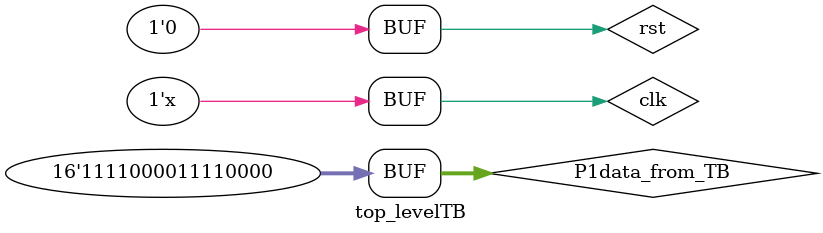
<source format=v>
`timescale 1ns/10ps

`include "top_level.v"
//------------------------------

module top_levelTB;

reg clk, rst;
reg[15:0] P1data_from_TB;
wire [15:0] P0_data_out;


top_level test(clk, rst, P1data_from_TB, P0_data_out);

initial 
begin

//------For Visual Studio-------
$dumpfile("top_level.vcd");
$dumpvars(0, top_levelTB);
//------------------------------

clk = 0;
rst= 0;
P1data_from_TB = 16'b1111000011110000;
#1 rst = 1;
#5 rst = 0;   
end

always #10 clk = ~ clk;
endmodule
</source>
